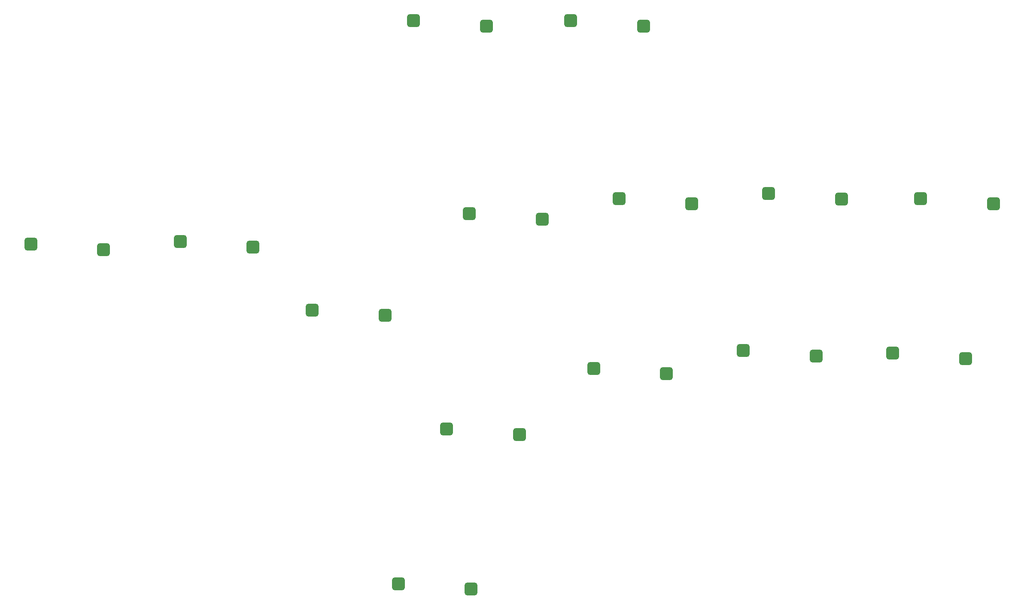
<source format=gbr>
%TF.GenerationSoftware,KiCad,Pcbnew,9.0.2*%
%TF.CreationDate,2025-06-02T22:29:28-04:00*%
%TF.ProjectId,with_usb_wired_v1,77697468-5f75-4736-925f-77697265645f,v1.0.0*%
%TF.SameCoordinates,Original*%
%TF.FileFunction,Paste,Bot*%
%TF.FilePolarity,Positive*%
%FSLAX46Y46*%
G04 Gerber Fmt 4.6, Leading zero omitted, Abs format (unit mm)*
G04 Created by KiCad (PCBNEW 9.0.2) date 2025-06-02 22:29:28*
%MOMM*%
%LPD*%
G01*
G04 APERTURE LIST*
G04 Aperture macros list*
%AMRoundRect*
0 Rectangle with rounded corners*
0 $1 Rounding radius*
0 $2 $3 $4 $5 $6 $7 $8 $9 X,Y pos of 4 corners*
0 Add a 4 corners polygon primitive as box body*
4,1,4,$2,$3,$4,$5,$6,$7,$8,$9,$2,$3,0*
0 Add four circle primitives for the rounded corners*
1,1,$1+$1,$2,$3*
1,1,$1+$1,$4,$5*
1,1,$1+$1,$6,$7*
1,1,$1+$1,$8,$9*
0 Add four rect primitives between the rounded corners*
20,1,$1+$1,$2,$3,$4,$5,0*
20,1,$1+$1,$4,$5,$6,$7,0*
20,1,$1+$1,$6,$7,$8,$9,0*
20,1,$1+$1,$8,$9,$2,$3,0*%
G04 Aperture macros list end*
%ADD10RoundRect,0.500000X-0.750000X-0.775000X0.750000X-0.775000X0.750000X0.775000X-0.750000X0.775000X0*%
G04 APERTURE END LIST*
D10*
%TO.C,S11*%
X305425000Y-168200000D03*
X319775000Y-169250000D03*
%TD*%
%TO.C,S4*%
X207925000Y-213700000D03*
X222275000Y-214750000D03*
%TD*%
%TO.C,S7*%
X246425000Y-171200000D03*
X260775000Y-172250000D03*
%TD*%
%TO.C,S3*%
X190925000Y-159700000D03*
X205275000Y-160750000D03*
%TD*%
%TO.C,S10*%
X280925000Y-136700000D03*
X295275000Y-137750000D03*
%TD*%
%TO.C,S2*%
X164925000Y-146200000D03*
X179275000Y-147250000D03*
%TD*%
%TO.C,S14*%
X241925000Y-102600000D03*
X256275000Y-103650000D03*
%TD*%
%TO.C,S12*%
X310925000Y-137700000D03*
X325275000Y-138750000D03*
%TD*%
%TO.C,S5*%
X217425000Y-183200000D03*
X231775000Y-184250000D03*
%TD*%
%TO.C,S13*%
X210925000Y-102600000D03*
X225275000Y-103650000D03*
%TD*%
%TO.C,S8*%
X251425000Y-137700000D03*
X265775000Y-138750000D03*
%TD*%
%TO.C,S1*%
X135425000Y-146700000D03*
X149775000Y-147750000D03*
%TD*%
%TO.C,S6*%
X221925000Y-140700000D03*
X236275000Y-141750000D03*
%TD*%
%TO.C,S9*%
X275925000Y-167700000D03*
X290275000Y-168750000D03*
%TD*%
M02*

</source>
